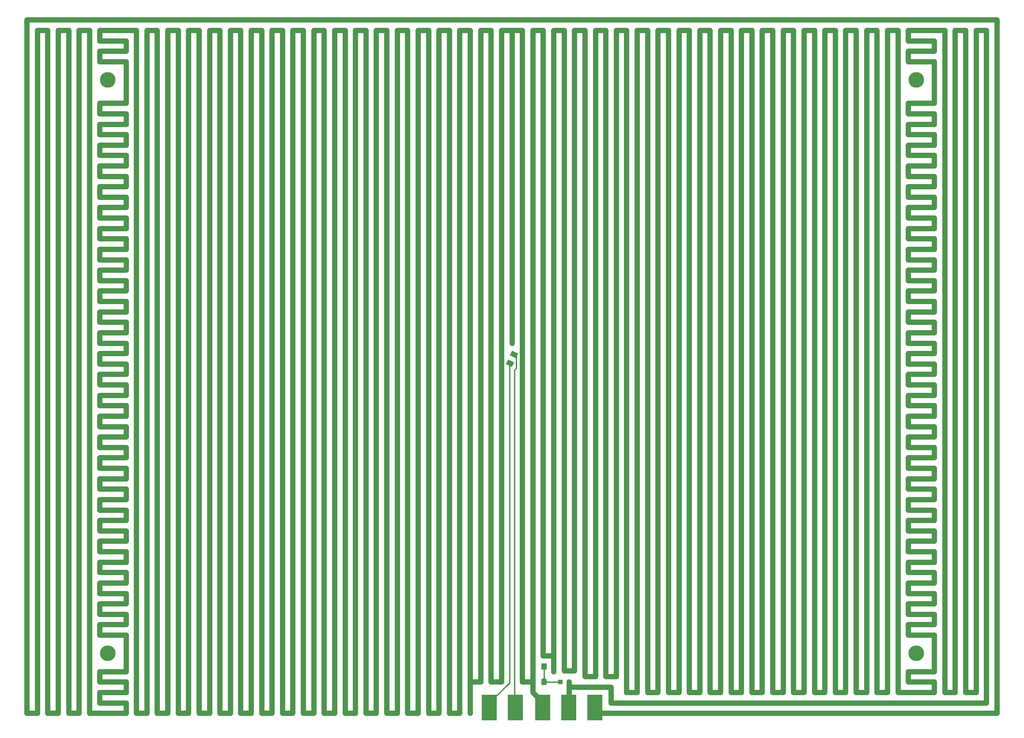
<source format=gtl>
%FSLAX25Y25*%
%MOIN*%
G70*
G01*
G75*
G04 Layer_Physical_Order=1*
G04 Layer_Color=255*
%ADD10R,0.03800X0.03500*%
G04:AMPARAMS|DCode=11|XSize=39.37mil|YSize=50mil|CornerRadius=0mil|HoleSize=0mil|Usage=FLASHONLY|Rotation=65.000|XOffset=0mil|YOffset=0mil|HoleType=Round|Shape=Rectangle|*
%AMROTATEDRECTD11*
4,1,4,0.01434,-0.02841,-0.03098,-0.00728,-0.01434,0.02841,0.03098,0.00728,0.01434,-0.02841,0.0*
%
%ADD11ROTATEDRECTD11*%

%ADD12R,0.04000X0.05000*%
G04:AMPARAMS|DCode=13|XSize=40mil|YSize=50mil|CornerRadius=10mil|HoleSize=0mil|Usage=FLASHONLY|Rotation=0.000|XOffset=0mil|YOffset=0mil|HoleType=Round|Shape=RoundedRectangle|*
%AMROUNDEDRECTD13*
21,1,0.04000,0.03000,0,0,0.0*
21,1,0.02000,0.05000,0,0,0.0*
1,1,0.02000,0.01000,-0.01500*
1,1,0.02000,-0.01000,-0.01500*
1,1,0.02000,-0.01000,0.01500*
1,1,0.02000,0.01000,0.01500*
%
%ADD13ROUNDEDRECTD13*%
%ADD14R,0.11811X0.19685*%
%ADD15C,0.01000*%
%ADD16C,0.03937*%
%ADD17C,0.11811*%
D10*
X417323Y31496D02*
D03*
X410423D02*
D03*
D11*
X372419Y272197D02*
D03*
X375541Y278940D02*
D03*
D12*
X389764Y31496D02*
D03*
X398264Y43307D02*
D03*
D13*
Y31496D02*
D03*
X389764Y43307D02*
D03*
D14*
X376520Y12378D02*
D03*
X356835D02*
D03*
X436583D02*
D03*
X416898D02*
D03*
X397213D02*
D03*
D15*
X358268Y15748D02*
Y17268D01*
X370679Y29679D01*
X372047Y270285D02*
X374016Y272253D01*
X370679Y29679D02*
X372047Y31047D01*
Y270285D01*
X375541Y278940D02*
X377017Y277464D01*
X375984Y3937D02*
Y267323D01*
X377017Y268355D01*
Y277464D01*
X398264Y31496D02*
Y43307D01*
Y31496D02*
X410423D01*
X410423Y31496D01*
D16*
X7874Y531496D02*
X740158D01*
X436583Y12378D02*
X441087Y7874D01*
X740158D01*
Y531496D01*
X7874Y7874D02*
Y531496D01*
X15748Y7874D02*
Y523622D01*
X7874Y7874D02*
X15748D01*
Y523622D02*
X23622D01*
Y7874D02*
Y523622D01*
Y7874D02*
X31496D01*
Y523622D01*
X39370D01*
Y7874D02*
Y523622D01*
Y7874D02*
X47244D01*
Y523622D01*
X55118D01*
Y7874D02*
Y523622D01*
Y7874D02*
X82677D01*
X62992Y66929D02*
X82677D01*
Y7874D02*
Y15748D01*
X62992D02*
X82677D01*
X62992D02*
Y23622D01*
X82677D01*
Y31496D01*
X62992D02*
X82677D01*
X62992D02*
Y39370D01*
X82677D01*
Y66929D01*
X62992D02*
Y74803D01*
X82677D01*
Y82677D01*
X62992D02*
X82677D01*
X62992D02*
Y90551D01*
X82677D01*
Y98425D01*
X62992D02*
X82677D01*
X62992D02*
Y106299D01*
X82677D01*
Y114173D01*
X62992D02*
X82677D01*
X62992D02*
Y122047D01*
X82677D01*
Y129921D01*
X62992D02*
X82677D01*
X62992D02*
Y137795D01*
X82677D01*
Y145669D01*
X62992D02*
X82677D01*
X62992D02*
Y153543D01*
X82677D01*
Y161417D01*
X62992D02*
X82677D01*
X62992D02*
Y169291D01*
X82677D01*
Y177165D01*
X62992D02*
X82677D01*
X62992D02*
Y185039D01*
X82677D01*
Y192913D01*
X62992D02*
X82677D01*
X62992D02*
Y200787D01*
X82677D01*
Y208661D01*
X62992D02*
X82677D01*
X62992D02*
Y216535D01*
X82677D01*
Y224410D01*
X62992D02*
X82677D01*
X62992D02*
Y232283D01*
X82677D01*
Y240158D01*
X62992D02*
X82677D01*
X62992D02*
Y248031D01*
X82677D01*
Y255906D01*
X62992D02*
X82677D01*
X62992D02*
Y263779D01*
X82677D01*
Y271654D01*
X62992D02*
X82677D01*
X62992D02*
Y279528D01*
X82677D01*
Y287402D01*
X62992D02*
X82677D01*
X62992D02*
Y295276D01*
X82677D01*
Y303150D01*
X62992D02*
X82677D01*
X62992D02*
Y311024D01*
X82677D01*
Y318898D01*
X62992D02*
X82677D01*
X62992D02*
Y326772D01*
X82677D01*
Y334646D01*
X62992D02*
X82677D01*
X62992D02*
Y342520D01*
X82677D01*
Y350394D01*
X62992D02*
X82677D01*
X62992D02*
Y358268D01*
X82677D01*
Y366142D01*
X62992D02*
X82677D01*
X62992D02*
Y374016D01*
X82677D01*
Y381890D01*
X62992D02*
X82677D01*
X62992D02*
Y389764D01*
X82677D01*
Y397638D01*
X62992D02*
X82677D01*
X62992D02*
Y405512D01*
X82677D01*
Y413386D01*
X62992D02*
X82677D01*
X62992D02*
Y421260D01*
X82677D01*
Y429134D01*
X62992D02*
X82677D01*
X62992D02*
Y437008D01*
X82677D01*
Y444882D01*
X62992D02*
X82677D01*
X62992D02*
Y452756D01*
X82677D01*
Y460630D01*
X62992D02*
X82677D01*
X62992D02*
Y468504D01*
X82677D01*
Y500000D01*
X62992D02*
X82677D01*
X62992D02*
Y507874D01*
X82677D01*
Y515748D01*
X62992D02*
X82677D01*
X62992D02*
Y523622D01*
X90551D01*
Y7874D02*
Y523622D01*
Y7874D02*
X98425D01*
Y523622D01*
X106299D01*
Y7874D02*
Y523622D01*
Y7874D02*
X114173D01*
Y523622D01*
X122047D01*
Y7874D02*
Y523622D01*
Y7874D02*
X129921D01*
Y523622D01*
X137795D01*
Y7874D02*
Y523622D01*
Y7874D02*
X145669D01*
Y523622D01*
X153543D01*
Y7874D02*
Y523622D01*
Y7874D02*
X161417D01*
Y523622D01*
X169291D01*
Y7874D02*
Y523622D01*
Y7874D02*
X177165D01*
Y523622D01*
X185039D01*
Y7874D02*
Y523622D01*
Y7874D02*
X192913D01*
Y523622D01*
X200787D01*
Y7874D02*
Y523622D01*
Y7874D02*
X208661D01*
Y523622D01*
X216535D01*
Y7874D02*
Y523622D01*
Y7874D02*
X224410D01*
Y523622D01*
X232283D01*
Y7874D02*
Y523622D01*
Y7874D02*
X240158D01*
Y523622D01*
X248031D01*
Y7874D02*
Y523622D01*
Y7874D02*
X255906D01*
Y523622D01*
X263779D01*
Y7874D02*
Y523622D01*
Y7874D02*
X271654D01*
Y523622D01*
X279528D01*
Y7874D02*
Y523622D01*
Y7874D02*
X287402D01*
Y523622D01*
X295276D01*
Y7874D02*
Y523622D01*
Y7874D02*
X303150D01*
Y523622D01*
X311024D01*
Y7874D02*
Y523622D01*
Y7874D02*
X318898D01*
Y523622D01*
X326772D01*
Y7874D02*
Y523622D01*
Y7874D02*
X334646D01*
Y523622D01*
X342520D01*
Y31496D02*
Y523622D01*
Y31496D02*
X350394D01*
X342520Y7874D02*
Y31496D01*
X350394D02*
Y523622D01*
X358268D01*
Y31496D02*
Y523622D01*
Y31496D02*
X366142D01*
Y523622D01*
X374016D01*
Y287402D02*
Y523622D01*
X381890D01*
Y31496D02*
Y523622D01*
Y31496D02*
X389764D01*
Y523622D02*
X397638D01*
Y51181D02*
Y523622D01*
Y51181D02*
X405512D01*
Y523622D01*
X413386D01*
X421260D02*
X429134D01*
X437008D02*
X444882D01*
X389764Y31496D02*
Y43307D01*
Y523622D01*
Y23622D02*
Y31496D01*
Y23622D02*
X397213Y16173D01*
Y12378D02*
Y16173D01*
X413386Y39764D02*
Y523622D01*
Y39764D02*
X421260D01*
Y523622D01*
X405512Y39370D02*
Y51181D01*
X429134Y35433D02*
Y523622D01*
Y35433D02*
X437008D01*
Y523622D01*
X444882Y35433D02*
Y523622D01*
Y35433D02*
X452756D01*
Y523622D01*
X448819Y15748D02*
Y27559D01*
Y15748D02*
X732283D01*
X452756Y523622D02*
X460630D01*
Y23622D02*
Y523622D01*
Y23622D02*
X468504D01*
Y523622D01*
X476378D01*
Y23622D02*
Y523622D01*
Y23622D02*
X484252D01*
Y523622D01*
X507874Y23622D02*
Y523622D01*
X500000D02*
X507874D01*
X500000Y23622D02*
Y523622D01*
X492126Y23622D02*
X500000D01*
X492126D02*
Y523622D01*
X484252D02*
X492126D01*
X531496Y23622D02*
Y523622D01*
X523622Y23622D02*
X531496D01*
X523622D02*
Y523622D01*
X515748D02*
X523622D01*
X515748Y23622D02*
Y523622D01*
X507874Y23622D02*
X515748D01*
X547244Y523622D02*
X555118D01*
X547244Y23622D02*
Y523622D01*
X539370Y23622D02*
X547244D01*
X539370D02*
Y523622D01*
X531496D02*
X539370D01*
X578740Y23622D02*
Y523622D01*
X570866Y23622D02*
X578740D01*
X570866D02*
Y523622D01*
X562992D02*
X570866D01*
X562992Y23622D02*
Y523622D01*
X602362Y23622D02*
Y523622D01*
X594488D02*
X602362D01*
X594488Y23622D02*
Y523622D01*
X586614Y23622D02*
X594488D01*
X586614D02*
Y523622D01*
X578740D02*
X586614D01*
X618110Y23622D02*
X625984D01*
X618110D02*
Y523622D01*
X610236D02*
X618110D01*
X610236Y23622D02*
Y523622D01*
X602362Y23622D02*
X610236D01*
X649606D02*
Y523622D01*
X641732D02*
X649606D01*
X641732Y23622D02*
Y523622D01*
X633858Y23622D02*
X641732D01*
X633858D02*
Y523622D01*
X665354Y23622D02*
X692913D01*
X665354D02*
Y523622D01*
X657480D02*
X665354D01*
X657480Y23622D02*
Y523622D01*
X649606Y23622D02*
X657480D01*
X692913D02*
Y31496D01*
X673228D02*
X692913D01*
X673228D02*
Y39370D01*
X692913D01*
Y66929D01*
X673228D02*
X692913D01*
X673228D02*
Y74803D01*
X692913D01*
Y82677D01*
X673228D02*
X692913D01*
X673228D02*
Y90551D01*
X692913D01*
Y98425D01*
X673228D02*
X692913D01*
X555118Y23622D02*
X562992D01*
X555118D02*
Y523622D01*
X625984Y23622D02*
Y523622D01*
X633858D01*
X673228Y98425D02*
Y106299D01*
Y129921D02*
Y137795D01*
Y129921D02*
X692913D01*
Y122047D02*
Y129921D01*
X673228Y122047D02*
X692913D01*
X673228Y114173D02*
Y122047D01*
Y114173D02*
X692913D01*
Y106299D02*
Y114173D01*
X673228Y106299D02*
X692913D01*
X673228Y161417D02*
Y169291D01*
Y161417D02*
X692913D01*
Y153543D02*
Y161417D01*
X673228Y153543D02*
X692913D01*
X673228Y145669D02*
Y153543D01*
Y145669D02*
X692913D01*
Y137795D02*
Y145669D01*
X673228Y137795D02*
X692913D01*
X673228Y192913D02*
Y200787D01*
Y192913D02*
X692913D01*
Y185039D02*
Y192913D01*
X673228Y185039D02*
X692913D01*
X673228Y177165D02*
Y185039D01*
Y177165D02*
X692913D01*
Y169291D02*
Y177165D01*
X673228Y169291D02*
X692913D01*
X673228Y224410D02*
Y232283D01*
Y224410D02*
X692913D01*
Y216535D02*
Y224410D01*
X673228Y216535D02*
X692913D01*
X673228Y208661D02*
Y216535D01*
Y208661D02*
X692913D01*
Y200787D02*
Y208661D01*
X673228Y200787D02*
X692913D01*
X673228Y255906D02*
Y263779D01*
Y255906D02*
X692913D01*
Y248031D02*
Y255906D01*
X673228Y248031D02*
X692913D01*
X673228Y240158D02*
Y248031D01*
Y240158D02*
X692913D01*
Y232283D02*
Y240158D01*
X673228Y232283D02*
X692913D01*
X673228Y287402D02*
Y295276D01*
Y287402D02*
X692913D01*
Y279528D02*
Y287402D01*
X673228Y279528D02*
X692913D01*
X673228Y271654D02*
Y279528D01*
Y271654D02*
X692913D01*
Y263779D02*
Y271654D01*
X673228Y263779D02*
X692913D01*
X673228Y318898D02*
Y326772D01*
Y318898D02*
X692913D01*
Y311024D02*
Y318898D01*
X673228Y311024D02*
X692913D01*
X673228Y303150D02*
Y311024D01*
Y303150D02*
X692913D01*
Y295276D02*
Y303150D01*
X673228Y295276D02*
X692913D01*
X673228Y350394D02*
Y358268D01*
Y350394D02*
X692913D01*
Y342520D02*
Y350394D01*
X673228Y342520D02*
X692913D01*
X673228Y334646D02*
Y342520D01*
Y334646D02*
X692913D01*
Y326772D02*
Y334646D01*
X673228Y326772D02*
X692913D01*
X673228Y381890D02*
Y389764D01*
Y381890D02*
X692913D01*
Y374016D02*
Y381890D01*
X673228Y374016D02*
X692913D01*
X673228Y366142D02*
Y374016D01*
Y366142D02*
X692913D01*
Y358268D02*
Y366142D01*
X673228Y358268D02*
X692913D01*
X673228Y413386D02*
Y421260D01*
Y413386D02*
X692913D01*
Y405512D02*
Y413386D01*
X673228Y405512D02*
X692913D01*
X673228Y397638D02*
Y405512D01*
Y397638D02*
X692913D01*
Y389764D02*
Y397638D01*
X673228Y389764D02*
X692913D01*
X673228Y444882D02*
Y452756D01*
Y444882D02*
X692913D01*
Y437008D02*
Y444882D01*
X673228Y437008D02*
X692913D01*
X673228Y429134D02*
Y437008D01*
Y429134D02*
X692913D01*
Y421260D02*
Y429134D01*
X673228Y421260D02*
X692913D01*
Y468504D02*
Y500000D01*
X673228Y468504D02*
X692913D01*
X673228Y460630D02*
Y468504D01*
Y460630D02*
X692913D01*
Y452756D02*
Y460630D01*
X673228Y452756D02*
X692913D01*
X673228Y500000D02*
X692913D01*
X673228D02*
Y507874D01*
X692913D01*
Y515748D01*
X673228D02*
X692913D01*
X673228D02*
Y523622D01*
X700787D01*
Y23622D02*
Y523622D01*
Y23622D02*
X708661D01*
Y523622D01*
X716535D01*
Y23622D02*
Y523622D01*
Y23622D02*
X724409D01*
Y523622D01*
X732283D01*
Y15748D02*
Y523622D01*
X417323Y27559D02*
Y31496D01*
Y12803D02*
Y27559D01*
X448819D01*
D17*
X68898Y53150D02*
D03*
X679134D02*
D03*
Y486221D02*
D03*
X68898D02*
D03*
M02*

</source>
